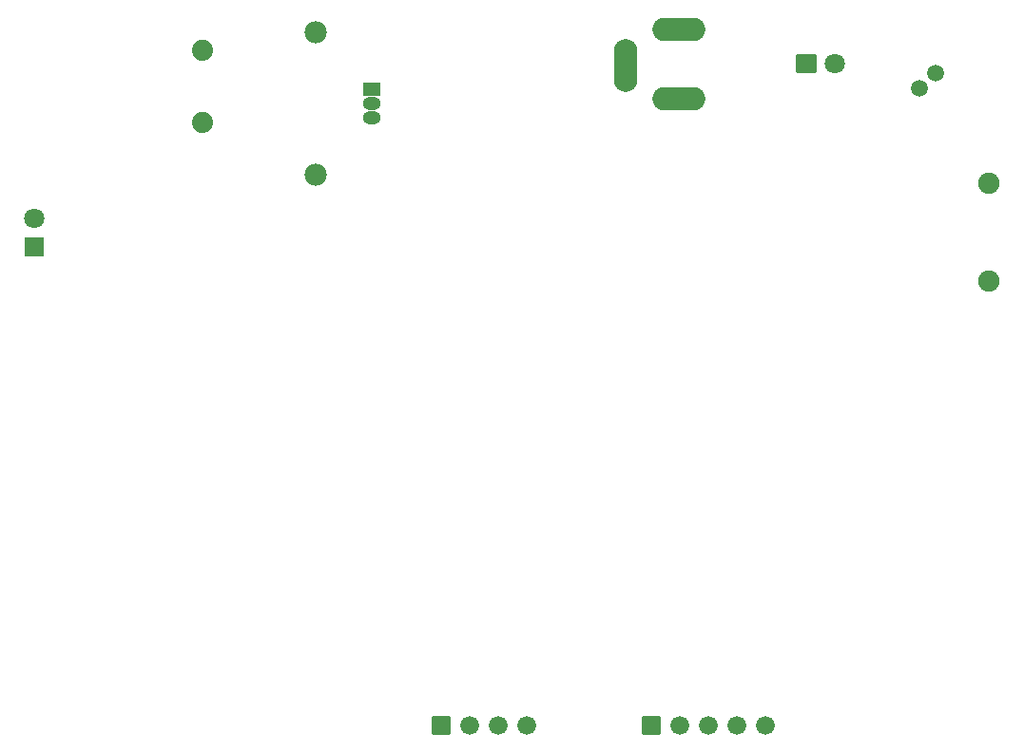
<source format=gts>
G04 Layer: TopSolderMaskLayer*
G04 EasyEDA v6.5.40, 2024-04-28 19:39:01*
G04 a67cddfb3fce44daa9051d46cbbcc19f,10*
G04 Gerber Generator version 0.2*
G04 Scale: 100 percent, Rotated: No, Reflected: No *
G04 Dimensions in millimeters *
G04 leading zeros omitted , absolute positions ,4 integer and 5 decimal *
%FSLAX45Y45*%
%MOMM*%

%AMMACRO1*1,1,$1,$2,$3*1,1,$1,$4,$5*1,1,$1,0-$2,0-$3*1,1,$1,0-$4,0-$5*20,1,$1,$2,$3,$4,$5,0*20,1,$1,$4,$5,0-$2,0-$3,0*20,1,$1,0-$2,0-$3,0-$4,0-$5,0*20,1,$1,0-$4,0-$5,$2,$3,0*4,1,4,$2,$3,$4,$5,0-$2,0-$3,0-$4,0-$5,$2,$3,0*%
%ADD10C,1.9016*%
%ADD11R,1.6764X1.8016*%
%ADD12C,1.8016*%
%ADD13MACRO1,0.1016X-0.7874X0.7874X0.7874X0.7874*%
%ADD14C,1.6764*%
%ADD15MACRO1,0.1016X0.75X0.535X0.75X-0.535*%
%ADD16O,1.6015970000000002X1.1716004000000002*%
%ADD17C,1.9812*%
%ADD18C,1.8796*%
%ADD19C,1.5032*%
%ADD20MACRO1,0.1016X-0.85X0.7874X0.85X0.7874*%
%ADD21O,4.701590799999999X2.101596*%
%ADD22O,2.101596X4.701590799999999*%

%LPD*%
D10*
G01*
X8999981Y4564989D03*
G01*
X8999981Y5434990D03*
D11*
G01*
X500126Y4872989D03*
D12*
G01*
X500126Y5126989D03*
D13*
G01*
X4119118Y599947D03*
D14*
G01*
X4373118Y599947D03*
G01*
X4627118Y599947D03*
G01*
X4881118Y599947D03*
G01*
X7008113Y599947D03*
G01*
X6754113Y599947D03*
G01*
X6500113Y599947D03*
G01*
X6246113Y599947D03*
D13*
G01*
X5992114Y599947D03*
D15*
G01*
X3499993Y6277000D03*
D16*
G01*
X3499993Y6149987D03*
G01*
X3499993Y6022987D03*
D17*
G01*
X2999993Y5514987D03*
G01*
X2999993Y6784987D03*
D18*
G01*
X1999995Y6625107D03*
G01*
X1999995Y5974867D03*
D19*
G01*
X8520704Y6420700D03*
G01*
X8379282Y6279281D03*
D20*
G01*
X7372986Y6499987D03*
D12*
G01*
X7626997Y6499974D03*
D21*
G01*
X6234988Y6190005D03*
G01*
X6235014Y6809968D03*
D22*
G01*
X5764987Y6489979D03*
M02*

</source>
